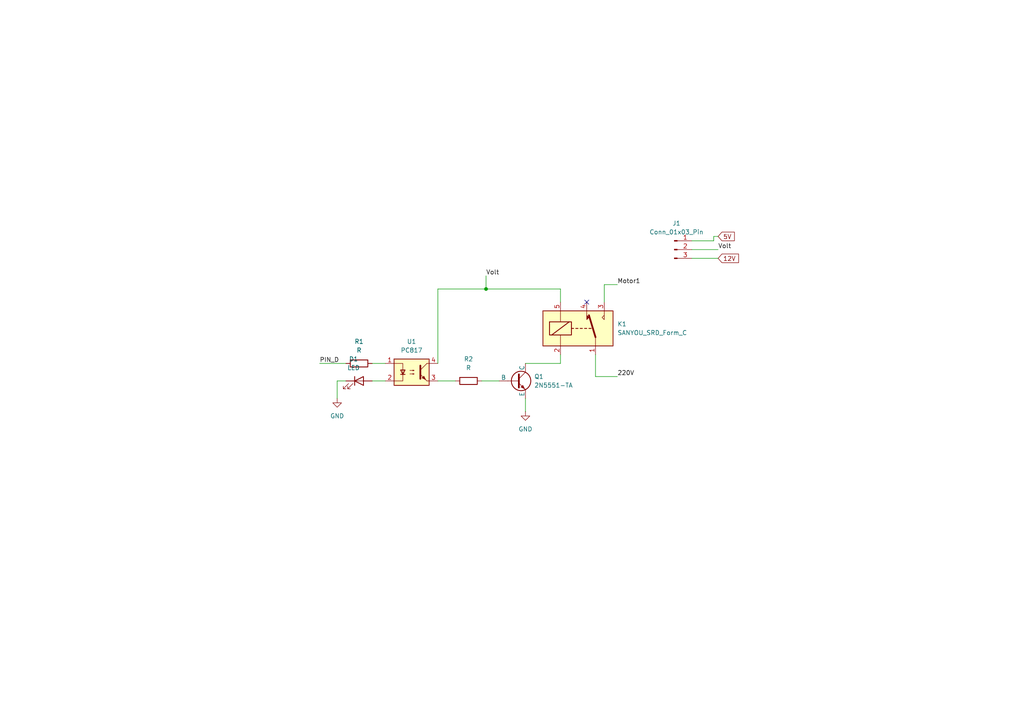
<source format=kicad_sch>
(kicad_sch (version 20231120) (generator "eeschema") (generator_version "8.0")
  (paper "A4")
  (lib_symbols
    (symbol "2N5551-TA:2N5551-TA" (pin_numbers hide) (pin_names (offset 0))
      (property "Reference" "Q" (at -2.54 7.62 0))
      (property "Value" "2N5551-TA" (at -6.35 4.318 0))
      (symbol "2N5551-TA_0_1"
        (polyline (pts (xy -2.54 0) (xy 0.635 0)) (stroke (width 0.1524)))
        (polyline (pts (xy 0.635 0.635) (xy 2.54 2.54)))
        (polyline (pts (xy 2.794 -1.27) (xy 2.794 -1.27)) (stroke (width 0.1524)))
        (polyline (pts (xy 2.794 -1.27) (xy 2.794 -1.27)) (stroke (width 0.1524)))
        (polyline (pts (xy 0.635 -0.635) (xy 2.54 -2.54) (xy 2.54 -2.54)))
        (polyline (pts (xy 0.635 1.905) (xy 0.635 -1.905) (xy 0.635 -1.905)) (stroke (width 0.508)))
        (polyline (pts (xy 1.27 -1.778) (xy 1.778 -1.27) (xy 2.286 -2.286) (xy 1.27 -1.778) (xy 1.27 -1.778)) (fill (type outline)))
        (circle (center 1.27 0) (radius 2.8194) (stroke (width 0.254)))
      )
      (symbol "2N5551-TA_1_1"
        (pin open_collector line (at 2.54 5.08 270) (length 2.54) (name "C") (number "1"))
        (pin input line (at -5.08 0 0) (length 2.54) (name "B") (number "2"))
        (pin open_emitter line (at 2.54 -5.08 90) (length 2.54) (name "E") (number "3"))
      )
    )
    (symbol "Connector:Conn_01x03_Pin" (pin_names (offset 1.016) hide)
      (property "Reference" "J" (at 0 5.08 0))
      (property "Value" "Conn_01x03_Pin" (at 0 -5.08 0))
      (symbol "Conn_01x03_Pin_1_1"
        (polyline (pts (xy 1.27 -2.54) (xy 0.8636 -2.54)) (stroke (width 0.1524)))
        (polyline (pts (xy 1.27 0) (xy 0.8636 0)) (stroke (width 0.1524)))
        (polyline (pts (xy 1.27 2.54) (xy 0.8636 2.54)) (stroke (width 0.1524)))
        (rectangle (start 0.8636 -2.413) (end 0 -2.667) (stroke (width 0.1524)) (fill (type outline)))
        (rectangle (start 0.8636 0.127) (end 0 -0.127) (stroke (width 0.1524)) (fill (type outline)))
        (rectangle (start 0.8636 2.667) (end 0 2.413) (stroke (width 0.1524)) (fill (type outline)))
        (pin passive line (at 5.08 2.54 180) (length 3.81) (name "Pin_1") (number "1"))
        (pin passive line (at 5.08 0 180) (length 3.81) (name "Pin_2") (number "2"))
        (pin passive line (at 5.08 -2.54 180) (length 3.81) (name "Pin_3") (number "3"))
      )
    )
    (symbol "Device:LED" (pin_numbers hide) (pin_names (offset 1.016) hide)
      (property "Reference" "D" (at 0 2.54 0))
      (property "Value" "LED" (at 0 -2.54 0))
      (symbol "LED_0_1"
        (polyline (pts (xy -1.27 -1.27) (xy -1.27 1.27)) (stroke (width 0.254)))
        (polyline (pts (xy -1.27 0) (xy 1.27 0)))
        (polyline (pts (xy 1.27 -1.27) (xy 1.27 1.27) (xy -1.27 0) (xy 1.27 -1.27)) (stroke (width 0.254)))
        (polyline (pts (xy -3.048 -0.762) (xy -4.572 -2.286) (xy -3.81 -2.286) (xy -4.572 -2.286) (xy -4.572 -1.524)))
        (polyline (pts (xy -1.778 -0.762) (xy -3.302 -2.286) (xy -2.54 -2.286) (xy -3.302 -2.286) (xy -3.302 -1.524)))
      )
      (symbol "LED_1_1"
        (pin passive line (at -3.81 0 0) (length 2.54) (name "K") (number "1"))
        (pin passive line (at 3.81 0 180) (length 2.54) (name "A") (number "2"))
      )
    )
    (symbol "Device:R" (pin_numbers hide) (pin_names (offset 0))
      (property "Reference" "R" (at 2.032 0 90))
      (property "Value" "R" (at 0 0 90))
      (symbol "R_0_1"
        (rectangle (start -1.016 -2.54) (end 1.016 2.54) (stroke (width 0.254)))
      )
      (symbol "R_1_1"
        (pin passive line (at 0 3.81 270) (length 1.27) (name "~") (number "1"))
        (pin passive line (at 0 -3.81 90) (length 1.27) (name "~") (number "2"))
      )
    )
    (symbol "Isolator:PC817" (pin_names (offset 1.016))
      (property "Reference" "U" (at -5.08 5.08 0))
      (property "Value" "PC817" (at 0 5.08 0))
      (symbol "PC817_0_1"
        (rectangle (start -5.08 3.81) (end 5.08 -3.81) (stroke (width 0.254)) (fill (type background)))
        (polyline (pts (xy -3.175 -0.635) (xy -1.905 -0.635)) (stroke (width 0.254)))
        (polyline (pts (xy 2.54 0.635) (xy 4.445 2.54)))
        (polyline (pts (xy 4.445 -2.54) (xy 2.54 -0.635)) (fill (type outline)))
        (polyline (pts (xy 4.445 -2.54) (xy 5.08 -2.54)))
        (polyline (pts (xy 4.445 2.54) (xy 5.08 2.54)))
        (polyline (pts (xy -5.08 2.54) (xy -2.54 2.54) (xy -2.54 -0.635)))
        (polyline (pts (xy -2.54 -0.635) (xy -2.54 -2.54) (xy -5.08 -2.54)))
        (polyline (pts (xy 2.54 1.905) (xy 2.54 -1.905) (xy 2.54 -1.905)) (stroke (width 0.508)))
        (polyline (pts (xy -2.54 -0.635) (xy -3.175 0.635) (xy -1.905 0.635) (xy -2.54 -0.635)) (stroke (width 0.254)))
        (polyline (pts (xy -0.508 -0.508) (xy 0.762 -0.508) (xy 0.381 -0.635) (xy 0.381 -0.381) (xy 0.762 -0.508)))
        (polyline (pts (xy -0.508 0.508) (xy 0.762 0.508) (xy 0.381 0.381) (xy 0.381 0.635) (xy 0.762 0.508)))
        (polyline (pts (xy 3.048 -1.651) (xy 3.556 -1.143) (xy 4.064 -2.159) (xy 3.048 -1.651) (xy 3.048 -1.651)) (fill (type outline)))
      )
      (symbol "PC817_1_1"
        (pin passive line (at -7.62 2.54 0) (length 2.54) (name "~") (number "1"))
        (pin passive line (at -7.62 -2.54 0) (length 2.54) (name "~") (number "2"))
        (pin passive line (at 7.62 -2.54 180) (length 2.54) (name "~") (number "3"))
        (pin passive line (at 7.62 2.54 180) (length 2.54) (name "~") (number "4"))
      )
    )
    (symbol "Relay:SANYOU_SRD_Form_C"
      (property "Reference" "K" (at 11.43 3.81 0))
      (property "Value" "SANYOU_SRD_Form_C" (at 11.43 1.27 0))
      (symbol "SANYOU_SRD_Form_C_0_0"
        (polyline (pts (xy 7.62 5.08) (xy 7.62 2.54) (xy 6.985 3.175) (xy 7.62 3.81)))
      )
      (symbol "SANYOU_SRD_Form_C_0_1"
        (rectangle (start -10.16 5.08) (end 10.16 -5.08) (stroke (width 0.254)) (fill (type background)))
        (rectangle (start -8.255 1.905) (end -1.905 -1.905) (stroke (width 0.254)))
        (polyline (pts (xy -7.62 -1.905) (xy -2.54 1.905)) (stroke (width 0.254)))
        (polyline (pts (xy -5.08 -5.08) (xy -5.08 -1.905)))
        (polyline (pts (xy -5.08 5.08) (xy -5.08 1.905)))
        (polyline (pts (xy -1.905 0) (xy -1.27 0)) (stroke (width 0.254)))
        (polyline (pts (xy -0.635 0) (xy 0 0)) (stroke (width 0.254)))
        (polyline (pts (xy 0.635 0) (xy 1.27 0)) (stroke (width 0.254)))
        (polyline (pts (xy 1.905 0) (xy 2.54 0)) (stroke (width 0.254)))
        (polyline (pts (xy 3.175 0) (xy 3.81 0)) (stroke (width 0.254)))
        (polyline (pts (xy 5.08 -2.54) (xy 3.175 3.81)) (stroke (width 0.508)))
        (polyline (pts (xy 5.08 -2.54) (xy 5.08 -5.08)))
      )
      (symbol "SANYOU_SRD_Form_C_1_1"
        (polyline (pts (xy 2.54 3.81) (xy 3.175 3.175) (xy 2.54 2.54) (xy 2.54 5.08)) (fill (type outline)))
        (pin passive line (at 5.08 -7.62 90) (length 2.54) (name "~") (number "1"))
        (pin passive line (at -5.08 -7.62 90) (length 2.54) (name "~") (number "2"))
        (pin passive line (at 7.62 7.62 270) (length 2.54) (name "~") (number "3"))
        (pin passive line (at 2.54 7.62 270) (length 2.54) (name "~") (number "4"))
        (pin passive line (at -5.08 7.62 270) (length 2.54) (name "~") (number "5"))
      )
    )
    (symbol "power:GND" (power) (pin_numbers hide) (pin_names (offset 0) hide)
      (property "Value" "GND" (at 0 -3.81 0))
      (symbol "GND_0_1"
        (polyline (pts (xy 0 0) (xy 0 -1.27) (xy 1.27 -1.27) (xy 0 -2.54) (xy -1.27 -1.27) (xy 0 -1.27)))
      )
      (symbol "GND_1_1"
        (pin power_in line (at 0 0 270) (length 0) (name "~") (number "1"))
      )
    )
  )
  (junction (at 140.97 83.82))
  (no_connect (at 170.18 87.63))
  (wire (pts (xy 175.26 82.55) (xy 175.26 87.63)))
  (wire (pts (xy 200.66 72.39) (xy 208.28 72.39)))
  (wire (pts (xy 162.56 105.41) (xy 162.56 102.87)))
  (wire (pts (xy 107.95 105.41) (xy 111.76 105.41)))
  (wire (pts (xy 127 105.41) (xy 127 83.82)))
  (wire (pts (xy 207.01 68.58) (xy 207.01 69.85)))
  (wire (pts (xy 127 83.82) (xy 140.97 83.82)))
  (wire (pts (xy 179.07 109.22) (xy 172.72 109.22)))
  (wire (pts (xy 140.97 83.82) (xy 162.56 83.82)))
  (wire (pts (xy 140.97 80.01) (xy 140.97 83.82)))
  (wire (pts (xy 207.01 68.58) (xy 208.28 68.58)))
  (wire (pts (xy 172.72 109.22) (xy 172.72 102.87)))
  (wire (pts (xy 97.79 115.57) (xy 97.79 110.49)))
  (wire (pts (xy 127 110.49) (xy 132.08 110.49)))
  (wire (pts (xy 152.4 115.57) (xy 152.4 119.38)))
  (wire (pts (xy 139.7 110.49) (xy 144.78 110.49)))
  (wire (pts (xy 200.66 74.93) (xy 208.28 74.93)))
  (wire (pts (xy 107.95 110.49) (xy 111.76 110.49)))
  (wire (pts (xy 162.56 83.82) (xy 162.56 87.63)))
  (wire (pts (xy 207.01 69.85) (xy 200.66 69.85)))
  (wire (pts (xy 152.4 105.41) (xy 162.56 105.41)))
  (wire (pts (xy 97.79 110.49) (xy 100.33 110.49)))
  (wire (pts (xy 179.07 82.55) (xy 175.26 82.55)))
  (wire (pts (xy 92.71 105.41) (xy 100.33 105.41)))
  (label "PIN_D" (at 92.71 105.41 0))
  (label "Volt" (at 140.97 80.01 0))
  (label "220V" (at 179.07 109.22 0))
  (label "Volt" (at 208.28 72.39 0))
  (label "Motor1" (at 179.07 82.55 0))
  (global_label "12V" (shape input) (at 208.28 74.93 0) (property "Intersheetrefs" "${INTERSHEET_REFS}" (effects (hide yes))))
  (global_label "5V" (shape input) (at 208.28 68.58 0) (property "Intersheetrefs" "${INTERSHEET_REFS}" (effects (hide yes))))
  (symbol (lib_id "Device:LED") (at 104.14 110.49 0) (unit 1)
    (property "Reference" "D1" (at 102.5525 104.14 0))
    (property "Value" "LED" (at 102.5525 106.68 0))
    (property "Footprint" "LED_SMD:LED_0805_2012Metric_Pad1.15x1.40mm_HandSolder" (effects (hide yes)))
    (property "Description" "Light emitting diode" (effects (hide yes)))
  )
  (symbol (lib_id "2N5551-TA:2N5551-TA") (at 149.86 110.49 0) (unit 1)
    (property "Reference" "Q1" (at 154.94 109.2199 0) (effects (justify left)))
    (property "Value" "2N5551-TA" (at 154.94 111.7599 0) (effects (justify left)))
    (property "Datasheet" "https://ngspice.sourceforge.io/docs/ngspice-html-manual/manual.xhtml#cha_BJTs" (effects (hide yes)))
    (property "Description" "Bipolar transistor symbol for simulation only, substrate tied to the emitter" (effects (hide yes)))
    (property "Sim.Device" "NPN" (effects (hide yes)))
    (property "Sim.Type" "GUMMELPOON" (effects (hide yes)))
    (property "Sim.Pins" "1=C 2=B 3=E" (effects (hide yes)))
  )
  (symbol (lib_id "power:GND") (at 97.79 115.57 0) (unit 1)
    (property "Reference" "#PWR01" (effects (hide yes)))
    (property "Value" "GND" (at 97.79 120.65 0))
    (property "Description" "Power symbol creates a global label with name \"GND\" , ground" (effects (hide yes)))
  )
  (symbol (lib_id "Device:R") (at 135.89 110.49 90) (unit 1)
    (property "Reference" "R2" (at 135.89 104.14 90))
    (property "Value" "R" (at 135.89 106.68 90))
    (property "Footprint" "Resistor_SMD:R_0603_1608Metric_Pad0.98x0.95mm_HandSolder" (effects (hide yes)))
    (property "Description" "Resistor" (effects (hide yes)))
  )
  (symbol (lib_id "Isolator:PC817") (at 119.38 107.95 0) (unit 1)
    (property "Reference" "U1" (at 119.38 99.06 0))
    (property "Value" "PC817" (at 119.38 101.6 0))
    (property "Footprint" "Package_DIP:DIP-4_W7.62mm" (effects (hide yes)))
    (property "Datasheet" "http://www.soselectronic.cz/a_info/resource/d/pc817.pdf" (effects (hide yes)))
    (property "Description" "DC Optocoupler, Vce 35V, CTR 50-300%, DIP-4" (effects (hide yes)))
  )
  (symbol (lib_id "power:GND") (at 152.4 119.38 0) (unit 1)
    (property "Reference" "#PWR02" (effects (hide yes)))
    (property "Value" "GND" (at 152.4 124.46 0))
    (property "Description" "Power symbol creates a global label with name \"GND\" , ground" (effects (hide yes)))
  )
  (symbol (lib_id "Relay:SANYOU_SRD_Form_C") (at 167.64 95.25 0) (unit 1)
    (property "Reference" "K1" (at 179.07 93.9799 0) (effects (justify left)))
    (property "Value" "SANYOU_SRD_Form_C" (at 179.07 96.5199 0) (effects (justify left)))
    (property "Footprint" "Relay_THT:Relay_SPDT_SANYOU_SRD_Series_Form_C" (effects (hide yes)))
    (property "Datasheet" "http://www.sanyourelay.ca/public/products/pdf/SRD.pdf" (effects (hide yes)))
    (property "Description" "Sanyo SRD relay, Single Pole Miniature Power Relay," (effects (hide yes)))
  )
  (symbol (lib_id "Device:R") (at 104.14 105.41 90) (unit 1)
    (property "Reference" "R1" (at 104.14 99.06 90))
    (property "Value" "R" (at 104.14 101.6 90))
    (property "Footprint" "Resistor_SMD:R_0603_1608Metric_Pad0.98x0.95mm_HandSolder" (effects (hide yes)))
    (property "Description" "Resistor" (effects (hide yes)))
  )
  (symbol (lib_id "Connector:Conn_01x03_Pin") (at 195.58 72.39 0) (unit 1)
    (property "Reference" "J1" (at 196.215 64.77 0))
    (property "Value" "Conn_01x03_Pin" (at 196.215 67.31 0))
    (property "Footprint" "Connector_PinHeader_2.54mm:PinHeader_1x03_P2.54mm_Vertical" (effects (hide yes)))
    (property "Description" "Generic connector, single row, 01x03, script generated" (effects (hide yes)))
  )
)
</source>
